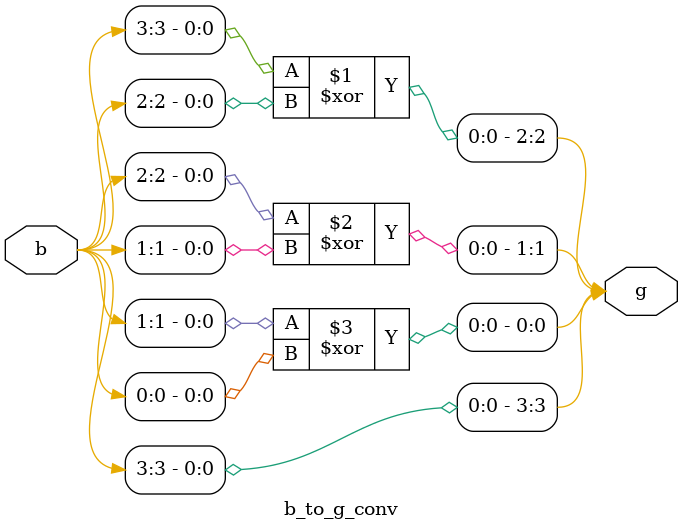
<source format=v>
module b_to_g_conv(
  input [3:0] b,
  output [3:0] g);
  
  assign g[3] = b[3];
  assign g[2] = b[3] ^ b[2];
  assign g[1] = b[2] ^ b[1];
  assign g[0] = b[1] ^ b[0];
  
endmodule

</source>
